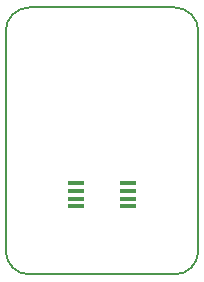
<source format=gbr>
G04 #@! TF.GenerationSoftware,KiCad,Pcbnew,5.1.4-e60b266~84~ubuntu19.04.1*
G04 #@! TF.CreationDate,2019-08-10T10:30:13+03:00*
G04 #@! TF.ProjectId,BRK-MSOP-8-3x3-P0.65,42524b2d-4d53-44f5-902d-382d3378332d,v1.1*
G04 #@! TF.SameCoordinates,Original*
G04 #@! TF.FileFunction,Paste,Top*
G04 #@! TF.FilePolarity,Positive*
%FSLAX46Y46*%
G04 Gerber Fmt 4.6, Leading zero omitted, Abs format (unit mm)*
G04 Created by KiCad (PCBNEW 5.1.4-e60b266~84~ubuntu19.04.1) date 2019-08-10 10:30:13*
%MOMM*%
%LPD*%
G04 APERTURE LIST*
%ADD10C,0.150000*%
%ADD11R,1.450000X0.450000*%
G04 APERTURE END LIST*
D10*
X53000000Y-70600000D02*
G75*
G02X51000000Y-68600000I0J2000000D01*
G01*
X67300000Y-68600000D02*
G75*
G02X65300000Y-70600000I-2000000J0D01*
G01*
X65300000Y-48000000D02*
G75*
G02X67300000Y-50000000I0J-2000000D01*
G01*
X51000000Y-50000000D02*
G75*
G02X53000000Y-48000000I2000000J0D01*
G01*
X65300000Y-70600000D02*
X53000000Y-70600000D01*
X67300000Y-50000000D02*
X67300000Y-68600000D01*
X53000000Y-48000000D02*
X65300000Y-48000000D01*
X51000000Y-68600000D02*
X51000000Y-50000000D01*
D11*
X61350000Y-62895000D03*
X61350000Y-63545000D03*
X61350000Y-64195000D03*
X61350000Y-64845000D03*
X56950000Y-64845000D03*
X56950000Y-64195000D03*
X56950000Y-63545000D03*
X56950000Y-62895000D03*
M02*

</source>
